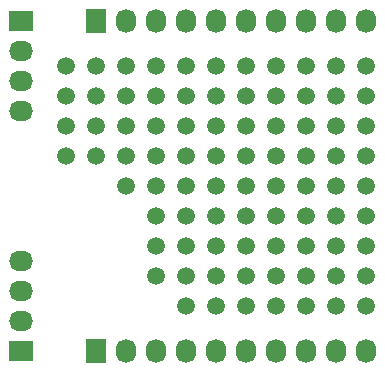
<source format=gbr>
G04 #@! TF.FileFunction,Copper,L2,Bot,Signal*
%FSLAX46Y46*%
G04 Gerber Fmt 4.6, Leading zero omitted, Abs format (unit mm)*
G04 Created by KiCad (PCBNEW 4.0.5+dfsg1-4) date Wed Mar  8 23:13:07 2017*
%MOMM*%
%LPD*%
G01*
G04 APERTURE LIST*
%ADD10C,0.100000*%
%ADD11R,2.032000X1.727200*%
%ADD12O,2.032000X1.727200*%
%ADD13R,1.727200X2.032000*%
%ADD14O,1.727200X2.032000*%
%ADD15C,1.500000*%
G04 APERTURE END LIST*
D10*
D11*
X40640000Y-27940000D03*
D12*
X40640000Y-30480000D03*
X40640000Y-33020000D03*
X40640000Y-35560000D03*
D11*
X40640000Y-55880000D03*
D12*
X40640000Y-53340000D03*
X40640000Y-50800000D03*
X40640000Y-48260000D03*
D13*
X46990000Y-55880000D03*
D14*
X49530000Y-55880000D03*
X52070000Y-55880000D03*
X54610000Y-55880000D03*
X57150000Y-55880000D03*
X59690000Y-55880000D03*
X62230000Y-55880000D03*
X64770000Y-55880000D03*
X67310000Y-55880000D03*
X69850000Y-55880000D03*
D13*
X46990000Y-27940000D03*
D14*
X49530000Y-27940000D03*
X52070000Y-27940000D03*
X54610000Y-27940000D03*
X57150000Y-27940000D03*
X59690000Y-27940000D03*
X62230000Y-27940000D03*
X64770000Y-27940000D03*
X67310000Y-27940000D03*
X69850000Y-27940000D03*
D15*
X46990000Y-31750000D03*
X49530000Y-31750000D03*
X52070000Y-31750000D03*
X54610000Y-31750000D03*
X57150000Y-31750000D03*
X59690000Y-31750000D03*
X62230000Y-31750000D03*
X64770000Y-31750000D03*
X67310000Y-31750000D03*
X69850000Y-34290000D03*
X67310000Y-34290000D03*
X69850000Y-31750000D03*
X64770000Y-34290000D03*
X62230000Y-34290000D03*
X59690000Y-34290000D03*
X57150000Y-34290000D03*
X54610000Y-34290000D03*
X52070000Y-34290000D03*
X49530000Y-34290000D03*
X46990000Y-34290000D03*
X46990000Y-36830000D03*
X44450000Y-31750000D03*
X44450000Y-34290000D03*
X44450000Y-36830000D03*
X49530000Y-36830000D03*
X52070000Y-36830000D03*
X54610000Y-36830000D03*
X57150000Y-36830000D03*
X59690000Y-36830000D03*
X62230000Y-36830000D03*
X64770000Y-36830000D03*
X67310000Y-36830000D03*
X69850000Y-36830000D03*
X69850000Y-39370000D03*
X67310000Y-39370000D03*
X64770000Y-39370000D03*
X62230000Y-39370000D03*
X59690000Y-39370000D03*
X57150000Y-39370000D03*
X54610000Y-39370000D03*
X52070000Y-39370000D03*
X49530000Y-39370000D03*
X46990000Y-39370000D03*
X44450000Y-39370000D03*
X49530000Y-41910000D03*
X52070000Y-41910000D03*
X54610000Y-41910000D03*
X57150000Y-41910000D03*
X59690000Y-41910000D03*
X62230000Y-41910000D03*
X64770000Y-41910000D03*
X67310000Y-41910000D03*
X69850000Y-41910000D03*
X69850000Y-44450000D03*
X67310000Y-44450000D03*
X64770000Y-44450000D03*
X62230000Y-44450000D03*
X59690000Y-44450000D03*
X57150000Y-44450000D03*
X54610000Y-44450000D03*
X52070000Y-44450000D03*
X52070000Y-46990000D03*
X54610000Y-46990000D03*
X57150000Y-46990000D03*
X59690000Y-46990000D03*
X62230000Y-46990000D03*
X64770000Y-46990000D03*
X67310000Y-46990000D03*
X69850000Y-46990000D03*
X69850000Y-49530000D03*
X67310000Y-49530000D03*
X64770000Y-49530000D03*
X62230000Y-49530000D03*
X59690000Y-49530000D03*
X57150000Y-49530000D03*
X54610000Y-49530000D03*
X52070000Y-49530000D03*
X54610000Y-52070000D03*
X57150000Y-52070000D03*
X59690000Y-52070000D03*
X62230000Y-52070000D03*
X64770000Y-52070000D03*
X67310000Y-52070000D03*
X69850000Y-52070000D03*
M02*

</source>
